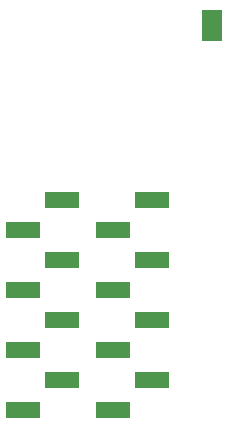
<source format=gbr>
%TF.GenerationSoftware,KiCad,Pcbnew,5.0-dev-unknown-d043ef5~62~ubuntu16.04.1*%
%TF.CreationDate,2018-02-24T21:05:52-07:00*%
%TF.ProjectId,ESP12-Break-02,45535031322D427265616B2D30322E6B,rev?*%
%TF.SameCoordinates,Original*%
%TF.FileFunction,Soldermask,Bot*%
%TF.FilePolarity,Negative*%
%FSLAX46Y46*%
G04 Gerber Fmt 4.6, Leading zero omitted, Abs format (unit mm)*
G04 Created by KiCad (PCBNEW 5.0-dev-unknown-d043ef5~62~ubuntu16.04.1) date Sat Feb 24 21:05:52 2018*
%MOMM*%
%LPD*%
G01*
G04 APERTURE LIST*
%ADD10R,2.910000X1.400000*%
%ADD11R,1.670000X1.370000*%
G04 APERTURE END LIST*
D10*
X135120000Y-101600000D03*
X135120000Y-96520000D03*
X135120000Y-91440000D03*
X135120000Y-86360000D03*
X138430000Y-99060000D03*
X138430000Y-93980000D03*
X138430000Y-88900000D03*
X138430000Y-83820000D03*
D11*
X151130000Y-69728000D03*
X151130000Y-68448000D03*
D10*
X142740000Y-101600000D03*
X142740000Y-96520000D03*
X142740000Y-91440000D03*
X142740000Y-86360000D03*
X146050000Y-99060000D03*
X146050000Y-93980000D03*
X146050000Y-88900000D03*
X146050000Y-83820000D03*
M02*

</source>
